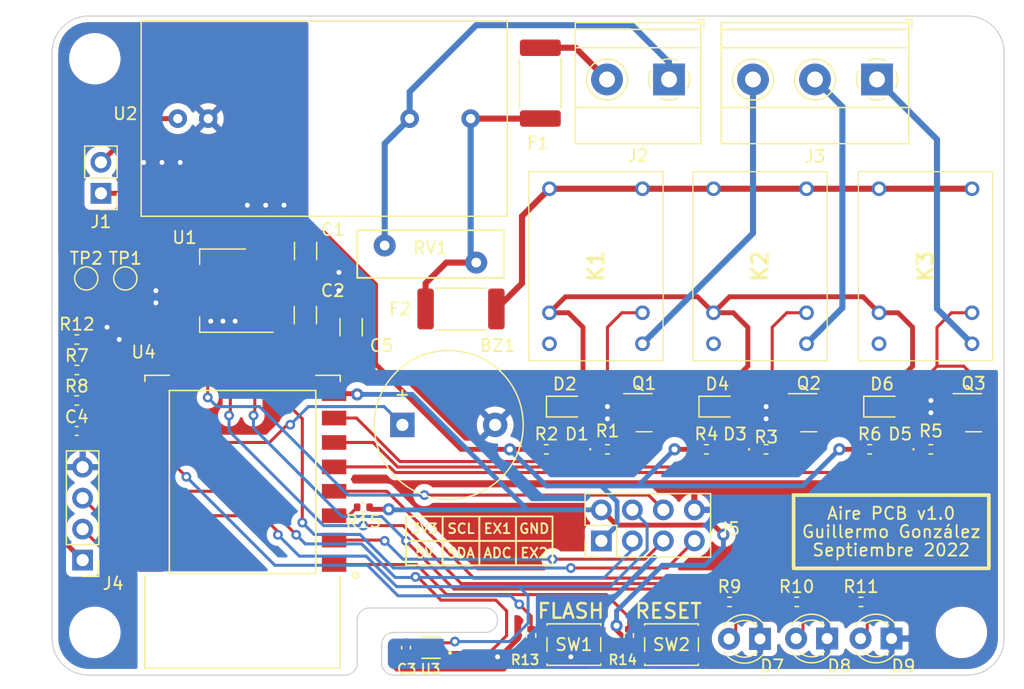
<source format=kicad_pcb>
(kicad_pcb (version 20211014) (generator pcbnew)
  (layers (0 "F.Cu" signal) (31 "B.Cu" signal) (34 "B.Paste" user) (35 "F.Paste" user) (36 "B.SilkS" user "B.Silkscreen") (37 "F.SilkS" user "F.Silkscreen") (38 "B.Mask" user) (39 "F.Mask" user) (44 "Edge.Cuts" user))
  (net 0 "")
  (net 1 "/BUZZ")
  (net 2 "GND")
  (net 3 "+5V")
  (net 4 "+3V3")
  (net 5 "Net-(D1-Pad1)")
  (net 6 "Net-(D1-Pad2)")
  (net 7 "Net-(D3-Pad1)")
  (net 8 "Net-(D3-Pad2)")
  (net 9 "Net-(D5-Pad1)")
  (net 10 "Net-(D5-Pad2)")
  (net 11 "Net-(D7-Pad2)")
  (net 12 "Net-(D8-Pad2)")
  (net 13 "Net-(D9-Pad2)")
  (net 14 "/L")
  (net 15 "Net-(F1-Pad2)")
  (net 16 "/N")
  (net 17 "/P3")
  (net 18 "/P2")
  (net 19 "/P1")
  (net 20 "/TX")
  (net 21 "/RX")
  (net 25 "Net-(Q1-Pad2)")
  (net 26 "Net-(Q2-Pad2)")
  (net 27 "Net-(Q3-Pad2)")
  (net 28 "/FAN1")
  (net 29 "/FAN2")
  (net 30 "/FAN3")
  (net 31 "/LED1")
  (net 32 "/SDA")
  (net 33 "/SCL")
  (net 34 "/LED2")
  (net 35 "/LED3")
  (net 36 "/GPIO15")
  (net 37 "/GPIO0")
  (net 38 "/nRST")
  (net 39 "/EN")
  (net 40 "/ADC")
  (net 41 "/EXT2")
  (net 42 "/EXT1")
  (net 43 "Net-(TP1-Pad1)")
  (net 44 "Net-(TP2-Pad1)")
  (net 45 "/LF")
  (net 46 "Net-(J1-Pad2)")
  (footprint "Package_TO_SOT_SMD:SOT-23" (layer "F.Cu") (at 173 96.5)
    (fp_text reference "Q3")
    (fp_text value "2N3904")
  )
  (footprint "Resistor_SMD:R_0402_1005Metric" (layer "F.Cu") (at 144.75 114.75 90)
    (fp_text reference "R14")
    (fp_text value "12k")
  )
  (footprint "Resistor_SMD:R_0402_1005Metric" (layer "F.Cu") (at 99.53 93)
    (fp_text reference "R7")
    (fp_text value "10k")
  )
  (footprint "Resistor_SMD:R_0402_1005Metric" (layer "F.Cu") (at 137.99 99.5 180)
    (fp_text reference "R2")
    (fp_text value "220")
  )
  (footprint "MountingHole:MountingHole_3.2mm_M3_DIN965" (layer "F.Cu") (at 101 114.5)
    (fp_text reference "H4" hide)
    (fp_text value "MountingHole")
  )
  (footprint "guille_3rdparty:Fuse_2512_6332Metric" (layer "F.Cu") (at 137.5 69.5 -90)
    (fp_text reference "F1")
    (fp_text value "Fuse")
  )
  (footprint "Package_TO_SOT_SMD:SOT-223-3_TabPin2" (layer "F.Cu") (at 111.5 86.5 180)
    (fp_text reference "U1")
    (fp_text value "NCP1117-3.3_SOT223")
  )
  (footprint "guille_library:HLK-2M05" (layer "F.Cu") (at 134.795 80.405 180)
    (fp_text reference "U2")
    (fp_text value "HLK-2M05")
  )
  (footprint "LED_THT:LED_D3.0mm" (layer "F.Cu") (at 161 115 180)
    (fp_text reference "D8")
    (fp_text value "LED")
  )
  (footprint "Buzzer_Beeper:Buzzer_12x9.5RM7.6" (layer "F.Cu") (at 126.2 97.5)
    (fp_text reference "BZ1")
    (fp_text value "Buzzer")
  )
  (footprint "Diode_SMD:D_SOD-323" (layer "F.Cu") (at 139.5 96)
    (fp_text reference "D2")
    (fp_text value "D")
  )
  (footprint "Resistor_SMD:R_0402_1005Metric" (layer "F.Cu") (at 99.52 95.5)
    (fp_text reference "R8")
    (fp_text value "10k")
  )
  (footprint "guille_3rdparty:JRC21F4100" (layer "F.Cu") (at 165.25 78.15 -90)
    (fp_text reference "K3")
    (fp_text value "JRC-21F_4100" hide)
  )
  (footprint "guille_3rdparty:JRC21F4100" (layer "F.Cu") (at 151.69 78.15 -90)
    (fp_text reference "K2")
    (fp_text value "JRC-21F_4100" hide)
  )
  (footprint "Resistor_SMD:R_0402_1005Metric" (layer "F.Cu") (at 158.51 112 180)
    (fp_text reference "R10")
    (fp_text value "220")
  )
  (footprint "Varistor:RV_Disc_D12mm_W3.9mm_P7.5mm" (layer "F.Cu") (at 132.25 84.2 180)
    (fp_text reference "RV1")
    (fp_text value "Varistor")
  )
  (footprint "Diode_SMD:D_SOD-323" (layer "F.Cu") (at 152 96)
    (fp_text reference "D4")
    (fp_text value "D")
  )
  (footprint "Resistor_SMD:R_0402_1005Metric" (layer "F.Cu") (at 143 99.5)
    (fp_text reference "R1")
    (fp_text value "1k")
  )
  (footprint "Resistor_SMD:R_0402_1005Metric" (layer "F.Cu") (at 123 104.25 180)
    (fp_text reference "R15")
    (fp_text value "12k")
  )
  (footprint "Package_TO_SOT_SMD:SOT-23" (layer "F.Cu") (at 146 96.5)
    (fp_text reference "Q1")
    (fp_text value "2N3904")
  )
  (footprint "TestPoint:TestPoint_Pad_D1.5mm" (layer "F.Cu") (at 103.5 85.5)
    (fp_text reference "TP1")
    (fp_text value "TestPoint")
  )
  (footprint "guille_3rdparty:ESP8266-12E" (layer "F.Cu") (at 113.10575 101.9375 180)
    (fp_text reference "U4")
    (fp_text value "ESP8266-12E/ESP-12E")
  )
  (footprint "LED_SMD:LED_0402_1005Metric" (layer "F.Cu") (at 166.985 99.5 180)
    (fp_text reference "D5")
    (fp_text value "LED")
  )
  (footprint "Resistor_SMD:R_0402_1005Metric" (layer "F.Cu") (at 99.53 90.5 180)
    (fp_text reference "R12")
    (fp_text value "12k")
  )
  (footprint "Resistor_SMD:R_0402_1005Metric" (layer "F.Cu") (at 151.107 99.5 180)
    (fp_text reference "R4")
    (fp_text value "220")
  )
  (footprint "Connector_PinHeader_2.54mm:PinHeader_1x04_P2.54mm_Vertical" (layer "F.Cu") (at 100 108.58 180)
    (fp_text reference "J4")
    (fp_text value "Conn_01x04_Male")
  )
  (footprint "Resistor_SMD:R_0402_1005Metric" (layer "F.Cu") (at 153 112 180)
    (fp_text reference "R9")
    (fp_text value "220")
  )
  (footprint "guille_3rdparty:JRC21F4100" (layer "F.Cu") (at 138.25 78.15 -90)
    (fp_text reference "K1")
    (fp_text value "JRC-21F_4100" hide)
  )
  (footprint "guille_3rdparty:SW_SPST_PTS810" (layer "F.Cu") (at 140.25 115.5 180)
    (fp_text reference "SW1")
    (fp_text value "SW_Push")
  )
  (footprint "Resistor_SMD:R_0402_1005Metric" (layer "F.Cu") (at 156 99.5)
    (fp_text reference "R3")
    (fp_text value "1k")
  )
  (footprint "Capacitor_SMD:C_1206_3216Metric" (layer "F.Cu") (at 118.25 88.5 90)
    (fp_text reference "C2")
    (fp_text value "10u")
  )
  (footprint "Capacitor_SMD:C_1206_3216Metric" (layer "F.Cu") (at 118.268 83.25 -90)
    (fp_text reference "C1")
    (fp_text value "10u")
  )
  (footprint "LED_SMD:LED_0402_1005Metric" (layer "F.Cu") (at 140.5 99.5 180)
    (fp_text reference "D1")
    (fp_text value "LED")
  )
  (footprint "LED_SMD:LED_0402_1005Metric" (layer "F.Cu") (at 153.515 99.5 180)
    (fp_text reference "D3")
    (fp_text value "LED")
  )
  (footprint "guille_3rdparty:Fuse_2512_6332Metric" (layer "F.Cu") (at 131 88)
    (fp_text reference "F2")
    (fp_text value "Fuse")
  )
  (footprint "Capacitor_SMD:C_1206_3216Metric" (layer "F.Cu") (at 122 89.5 90)
    (fp_text reference "C5")
    (fp_text value "100u")
  )
  (footprint "TerminalBlock_Phoenix:TerminalBlock_Phoenix_MKDS-1,5-2-5.08_1x02_P5.08mm_Horizontal" (layer "F.Cu") (at 148.045 69.195 180)
    (fp_text reference "J2")
    (fp_text value "Screw_Terminal_01x02")
  )
  (footprint "Capacitor_SMD:C_0402_1005Metric" (layer "F.Cu") (at 99.52 98)
    (fp_text reference "C4")
    (fp_text value "100n")
  )
  (footprint "Resistor_SMD:R_0402_1005Metric" (layer "F.Cu") (at 164.49 99.5 180)
    (fp_text reference "R6")
    (fp_text value "220")
  )
  (footprint "guille_3rdparty:SHT40" (layer "F.Cu") (at 128.55 115.75 180)
    (fp_text reference "U3")
    (fp_text value "SHT40")
  )
  (footprint "Resistor_SMD:R_0402_1005Metric" (layer "F.Cu") (at 163.775 112 180)
    (fp_text reference "R11")
    (fp_text value "220")
  )
  (footprint "Connector_PinHeader_2.54mm:PinHeader_2x04_P2.54mm_Vertical" (layer "F.Cu") (at 142.5 107 90)
    (fp_text reference "J5")
    (fp_text value "Conn_02x04_Top_Bottom")
  )
  (footprint "TerminalBlock_Phoenix:TerminalBlock_Phoenix_MKDS-1,5-3-5.08_1x03_P5.08mm_Horizontal" (layer "F.Cu") (at 165.085 69.195 180)
    (fp_text reference "J3")
    (fp_text value "Screw_Terminal_01x03")
  )
  (footprint "guille_3rdparty:SW_SPST_PTS810" (layer "F.Cu") (at 148.25 115.5 180)
    (fp_text reference "SW2")
    (fp_text value "SW_Push")
  )
  (footprint "Resistor_SMD:R_0402_1005Metric" (layer "F.Cu") (at 136.75 114.75 90)
    (fp_text reference "R13")
    (fp_text value "12k")
  )
  (footprint "LED_THT:LED_D3.0mm" (layer "F.Cu") (at 155.5 115.03 180)
    (fp_text reference "D7")
    (fp_text value "LED")
  )
  (footprint "MountingHole:MountingHole_3.2mm_M3_DIN965" (layer "F.Cu") (at 101 67.5)
    (fp_text reference "H1" hide)
    (fp_text value "MountingHole")
  )
  (footprint "Capacitor_SMD:C_0402_1005Metric" (layer "F.Cu") (at 126.5 115.75 90)
    (fp_text reference "C3")
    (fp_text value "100n")
  )
  (footprint "TestPoint:TestPoint_Pad_D1.5mm" (layer "F.Cu") (at 100.3 85.5)
    (fp_text reference "TP2")
    (fp_text value "TestPoint")
  )
  (footprint "MountingHole:MountingHole_3.2mm_M3_DIN965" (layer "F.Cu") (at 172 114.5)
    (fp_text reference "H3" hide)
    (fp_text value "MountingHole")
  )
  (footprint "Connector_PinHeader_2.54mm:PinHeader_1x02_P2.54mm_Vertical" (layer "F.Cu") (at 101.5 78.525 180)
    (fp_text reference "J1")
    (fp_text value "Conn_01x02_Male")
  )
  (footprint "LED_THT:LED_D3.0mm" (layer "F.Cu") (at 166.275 115 180)
    (fp_text reference "D9")
    (fp_text value "LED")
  )
  (footprint "Package_TO_SOT_SMD:SOT-23" (layer "F.Cu") (at 159.5 96.5)
    (fp_text reference "Q2")
    (fp_text value "2N3904")
  )
  (footprint "Diode_SMD:D_SOD-323" (layer "F.Cu") (at 165.5 96)
    (fp_text reference "D6")
    (fp_text value "D")
  )
  (footprint "Resistor_SMD:R_0402_1005Metric" (layer "F.Cu") (at 169.5 99.5)
    (fp_text reference "R5")
    (fp_text value "1k")
  )
  (footprint "MountingHole:MountingHole_3.2mm_M3_DIN965" (layer "F.Cu") (at 172 67.5)
    (fp_text reference "H2" hide)
    (fp_text value "MountingHole")
  )
  (gr_rect (start 129.5 105) (end 132.5 107) (layer "F.SilkS") (width 0.15) (fill none))
  (gr_rect (start 135.5 107) (end 138.5 109) (layer "F.SilkS") (width 0.15) (fill none))
  (gr_rect (start 132.5 105) (end 135.5 107) (layer "F.SilkS") (width 0.15) (fill none))
  (gr_rect (start 158.25 103.25) (end 174.25 109.25) (layer "F.SilkS") (width 0.3) (fill none))
  (gr_rect (start 126.5 105) (end 129.5 107) (layer "F.SilkS") (width 0.15) (fill none))
  (gr_rect (start 135.5 105) (end 138.5 107) (layer "F.SilkS") (width 0.15) (fill none))
  (gr_rect (start 132.5 107) (end 135.5 109) (layer "F.SilkS") (width 0.15) (fill none))
  (gr_rect (start 126.5 107) (end 129.5 109) (layer "F.SilkS") (width 0.15) (fill none))
  (gr_rect (start 129.5 107) (end 132.5 109) (layer "F.SilkS") (width 0.15) (fill none))
  (gr_line (start 121.5 118) (end 100.5 118) (layer "Edge.Cuts") (width 0.1))
  (gr_line (start 133 112.5) (end 123.5 112.5) (layer "Edge.Cuts") (width 0.1))
  (gr_line (start 125.5 114.5) (end 133 114.5) (layer "Edge.Cuts") (width 0.1))
  (gr_arc (start 124.5 115.5) (mid 124.792893 114.792893) (end 125.5 114.5) (layer "Edge.Cuts") (width 0.1))
  (gr_line (start 175.5 67) (end 175.5 115) (layer "Edge.Cuts") (width 0.1))
  (gr_arc (start 125.5 118) (mid 124.792893 117.707107) (end 124.5 117) (layer "Edge.Cuts") (width 0.1))
  (gr_arc (start 122.5 117) (mid 122.207107 117.707107) (end 121.5 118) (layer "Edge.Cuts") (width 0.1))
  (gr_arc (start 122.5 113.5) (mid 122.792893 112.792893) (end 123.5 112.5) (layer "Edge.Cuts") (width 0.1))
  (gr_line (start 124.5 115.5) (end 124.5 117) (layer "Edge.Cuts") (width 0.1))
  (gr_arc (start 100.5 118) (mid 98.37868 117.12132) (end 97.5 115) (layer "Edge.Cuts") (width 0.1))
  (gr_arc (start 172.5 64) (mid 174.62132 64.87868) (end 175.5 67) (layer "Edge.Cuts") (width 0.1))
  (gr_arc (start 97.5 67) (mid 98.37868 64.87868) (end 100.5 64) (layer "Edge.Cuts") (width 0.1))
  (gr_line (start 100.5 64) (end 172.5 64) (layer "Edge.Cuts") (width 0.1))
  (gr_arc (start 175.5 115) (mid 174.62132 117.12132) (end 172.5 118) (layer "Edge.Cuts") (width 0.1))
  (gr_line (start 122.5 117) (end 122.5 113.5) (layer "Edge.Cuts") (width 0.1))
  (gr_arc (start 133 112.5) (mid 134 113.5) (end 133 114.5) (layer "Edge.Cuts") (width 0.1))
  (gr_line (start 172.5 118) (end 125.5 118) (layer "Edge.Cuts") (width 0.1))
  (gr_line (start 97.5 115) (end 97.5 67) (layer "Edge.Cuts") (width 0.1))
  (gr_text "5V" (at 128 108) (layer "F.SilkS") (effects (font (size 0.8 0.8) (thickness 0.155))))
  (gr_text "GND" (at 137 106) (layer "F.SilkS") (effects (font (size 0.8 0.8))))
  (gr_text "FLASH" (at 140 112.75) (layer "F.SilkS") (effects (font (size 1.2 1.2) (thickness 0.2))))
  (gr_text "Guillermo González" (at 166.25 106.25) (layer "F.SilkS") (effects (font (size 1 1))))
  (gr_text "EX2" (at 137 108) (layer "F.SilkS") (effects (font (size 0.8 0.8) (thickness 0.155))))
  (gr_text "Aire PCB v1.0" (at 166.25 104.75) (layer "F.SilkS") (effects (font (size 1 1))))
  (gr_text "RESET" (at 148 112.75) (layer "F.SilkS") (effects (font (size 1.2 1.2) (thickness 0.2))))
  (gr_text "SCL" (at 131 106) (layer "F.SilkS") (effects (font (size 0.8 0.8))))
  (gr_text "ADC" (at 134 108) (layer "F.SilkS") (effects (font (size 0.8 0.8) (thickness 0.155))))
  (gr_text "3V3\n" (at 128 106) (layer "F.SilkS") (effects (font (size 0.8 0.8))))
  (gr_text "EX1" (at 134 106) (layer "F.SilkS") (effects (font (size 0.8 0.8))))
  (gr_text "Septiembre 2022" (at 166.25 107.75) (layer "F.SilkS") (effects (font (size 1 1))))
  (gr_text "SDA" (at 131 108) (layer "F.SilkS") (effects (font (size 0.8 0.8) (thickness 0.155))))
  (segment (start 115.3125 98.9375) (end 105.60575 98.9375) (width 0.25) (layer "F.Cu") (net 1))
  (segment (start 117.012299 97.487701) (end 116.762299 97.487701) (width 0.25) (layer "F.Cu") (net 1))
  (segment (start 116.762299 97.487701) (end 115.3125 98.9375) (width 0.25) (layer "F.Cu") (net 1))
  (via (at 117.012299 97.487701) (size 0.8) (drill 0.4) (layers "F.Cu" "B.Cu") (net 1))
  (segment (start 124.7 96) (end 126.2 97.5) (width 0.25) (layer "B.Cu") (net 1))
  (segment (start 117.012299 97.487701) (end 118.5 96) (width 0.25) (layer "B.Cu") (net 1))
  (segment (start 118.5 96) (end 124.7 96) (width 0.25) (layer "B.Cu") (net 1))
  (segment (start 133.5 117) (end 134 116.5) (width 0.2) (layer "F.Cu") (net 2))
  (segment (start 127.85 116.15) (end 127.818578 116.15) (width 0.2) (layer "F.Cu") (net 2))
  (segment (start 127.818578 116.15) (end 127.7 116.268578) (width 0.2) (layer "F.Cu") (net 2))
  (segment (start 128 117) (end 133.5 117) (width 0.2) (layer "F.Cu") (net 2))
  (segment (start 127.7 116.268578) (end 127.7 116.7) (width 0.2) (layer "F.Cu") (net 2))
  (segment (start 127.7 116.7) (end 128 117) (width 0.2) (layer "F.Cu") (net 2))
  (via (at 156 96) (size 0.8) (drill 0.4) (layers "F.Cu" "B.Cu") (net 2))
  (via (at 143 97) (size 0.8) (drill 0.4) (layers "F.Cu" "B.Cu") (net 2))
  (via (at 169.5 95.5) (size 0.8) (drill 0.4) (layers "F.Cu" "B.Cu") (net 2))
  (via (at 105 76) (size 0.8) (drill 0.4) (layers "F.Cu" "B.Cu") (net 2))
  (via (at 140 116.5) (size 0.8) (drill 0.4) (layers "F.Cu" "B.Cu") (net 2))
  (via (at 106.5 76) (size 0.8) (drill 0.4) (layers "F.Cu" "B.Cu") (net 2))
  (via (at 113.5 79.5) (size 0.8) (drill 0.4) (layers "F.Cu" "B.Cu") (net 2))
  (via (at 106 86.5) (size 0.8) (drill 0.4) (layers "F.Cu" "B.Cu") (net 2))
  (via (at 121 86.5) (size 0.8) (drill 0.4) (layers "F.Cu" "B.Cu") (net 2))
  (via (at 143 96) (size 0.8) (drill 0.4) (layers "F.Cu" "B.Cu") (net 2))
  (via (at 112.5 89) (size 0.8) (drill 0.4) (layers "F.Cu" "B.Cu") (net 2))
  (via (at 121 85) (size 0.8) (drill 0.4) (layers "F.Cu" "B.Cu") (net 2))
  (via (at 156 97) (size 0.8) (drill 0.4) (layers "F.Cu" "B.Cu") (net 2))
  (via (at 102 89.5) (size 0.8) (drill 0.4) (layers "F.Cu" "B.Cu") (net 2))
  (via (at 111.5 89) (size 0.8) (drill 0.4) (layers "F.Cu" "B.Cu") (net 2))
  (via (at 108 76) (size 0.8) (drill 0.4) (layers "F.Cu" "B.Cu") (net 2))
  (via (at 134 116.5) (size 0.8) (drill 0.4) (layers "F.Cu" "B.Cu") (net 2))
  (via (at 106 87.5) (size 0.8) (drill 0.4) (layers "F.Cu" "B.Cu") (net 2))
  (via (at 116.5 79.5) (size 0.8) (drill 0.4) (layers "F.Cu" "B.Cu") (net 2))
  (via (at 169.5 96.5) (size 0.8) (drill 0.4) (layers "F.Cu" "B.Cu") (net 2))
  (via (at 103 90.5) (size 0.8) (drill 0.4) (layers "F.Cu" "B.Cu") (net 2))
  (via (at 110.5 89) (size 0.8) (drill 0.4) (layers "F.Cu" "B.Cu") (net 2))
  (via (at 115 79.5) (size 0.8) (drill 0.4) (layers "F.Cu" "B.Cu") (net 2))
  (segment (start 154.5 92.69) (end 151.19 96) (width 0.4) (layer "F.Cu") (net 3))
  (segment (start 124 92.5) (end 124 86) (width 0.4) (layer "F.Cu") (net 3))
  (segment (start 114.65 84.2) (end 117.075 81.775) (width 0.4) (layer "F.Cu") (net 3))
  (segment (start 164.45 96) (end 163.98 96.47) (width 0.4) (layer "F.Cu") (net 3))
  (segment (start 119.775 81.775) (end 118.268 81.775) (width 0.4) (layer "F.Cu") (net 3))
  (segment (start 138.45 96) (end 137.48 96.97) (width 0.4) (layer "F.Cu") (net 3))
  (segment (start 163.98 96.47) (end 163.98 99.5) (width 0.4) (layer "F.Cu") (net 3))
  (segment (start 150.597 96.353) (end 150.597 99.5) (width 0.4) (layer "F.Cu") (net 3))
  (segment (start 137.48 96.97) (end 137.48 99.5) (width 0.4) (layer "F.Cu") (net 3))
  (segment (start 135 99.5) (end 131 99.5) (width 0.4) (layer "F.Cu") (net 3))
  (segment (start 117.075 81.775) (end 118.268 81.775) (width 0.4) (layer "F.Cu") (net 3))
  (segment (start 153.31 88.31) (end 154.5 89.5) (width 0.4) (layer "F.Cu") (net 3))
  (segment (start 131 99.5) (end 124 92.5) (width 0.4) (layer "F.Cu") (net 3))
  (segment (start 150.95 96) (end 150.597 96.353) (width 0.4) (layer "F.Cu") (net 3))
  (segment (start 124 86) (end 119.775 81.775) (width 0.4) (layer "F.Cu") (net 3))
  (segment (start 108.975 78.525) (end 101.5 78.525) (width 0.4) (layer "F.Cu") (net 3))
  (segment (start 139.56 87) (end 150.38 87) (width 0.4) (layer "F.Cu") (net 3))
  (segment (start 148.5 99.5) (end 150.597 99.5) (width 0.4) (layer "F.Cu") (net 3))
  (segment (start 165.25 88.31) (end 166.81 88.31) (width 0.4) (layer "F.Cu") (net 3))
  (segment (start 153 87) (end 163.94 87) (width 0.4) (layer "F.Cu") (net 3))
  (segment (start 138.25 88.31) (end 139.56 87) (width 0.4) (layer "F.Cu") (net 3))
  (segment (start 139.81 88.31) (end 141 89.5) (width 0.4) (layer "F.Cu") (net 3))
  (segment (start 168 89.5) (end 168 92.69) (width 0.4) (layer "F.Cu") (net 3))
  (segment (start 163.94 87) (end 165.25 88.31) (width 0.4) (layer "F.Cu") (net 3))
  (segment (start 141 93.45) (end 138.45 96) (width 0.4) (layer "F.Cu") (net 3))
  (segment (start 154.5 89.5) (end 154.5 92.69) (width 0.4) (layer "F.Cu") (net 3))
  (segment (start 151.19 96) (end 150.95 96) (width 0.4) (layer "F.Cu") (net 3))
  (segment (start 151.69 88.31) (end 153 87) (width 0.4) (layer "F.Cu") (net 3))
  (segment (start 164.69 96) (end 164.45 96) (width 0.4) (layer "F.Cu") (net 3))
  (segment (start 166.81 88.31) (end 168 89.5) (width 0.4) (layer "F.Cu") (net 3))
  (segment (start 141 89.5) (end 141 93.45) (width 0.4) (layer "F.Cu") (net 3))
  (segment (start 168 92.69) (end 164.69 96) (width 0.4) (layer "F.Cu") (net 3))
  (segment (start 150.38 87) (end 151.69 88.31) (width 0.4) (layer "F.Cu") (net 3))
  (segment (start 162 99.5) (end 163.98 99.5) (width 0.4) (layer "F.Cu") (net 3))
  (segment (start 137.48 99.5) (end 135 99.5) (width 0.4) (layer "F.Cu") (net 3))
  (segment (start 151.69 88.31) (end 153.31 88.31) (width 0.4) (layer "F.Cu") (net 3))
  (segment (start 114.65 84.2) (end 108.975 78.525) (width 0.4) (layer "F.Cu") (net 3))
  (segment (start 138.25 88.31) (end 139.81 88.31) (width 0.4) (layer "F.Cu") (net 3))
  (via (at 135 99.5) (size 1) (drill 0.5) (layers "F.Cu" "B.Cu") (net 3))
  (via (at 148.5 99.5) (size 1) (drill 0.5) (layers "F.Cu" "B.Cu") (net 3))
  (via (at 162 99.5) (size 1) (drill 0.5) (layers "F.Cu" "B.Cu") (net 3))
  (segment (start 142.5 102.5) (end 138 102.5) (width 0.4) (layer "B.Cu") (net 3))
  (segment (start 143.79 105.71) (end 143.79 103.79) (width 0.4) (layer "B.Cu") (net 3))
  (segment (start 143.79 103.79) (end 142.5 102.5) (width 0.4) (layer "B.Cu") (net 3))
  (segment (start 145.5 102.5) (end 159 102.5) (width 0.4) (layer "B.Cu") (net 3))
  (segment (start 138 102.5) (end 135 99.5) (width 0.4) (layer "B.Cu") (net 3))
  (segment (start 142.5 107) (end 143.79 105.71) (width 0.4) (layer "B.Cu") (net 3))
  (segment (start 142.5 102.5) (end 145.5 102.5) (width 0.4) (layer "B.Cu") (net 3))
  (segment (start 145.5 102.5) (end 148.5 99.5) (width 0.4) (layer "B.Cu") (net 3))
  (segment (start 159 102.5) (end 162 99.5) (width 0.4) (layer "B.Cu") (net 3))
  (segment (start 98.25 84.5) (end 98.25 92.23) (width 0.4) (layer "F.Cu") (net 4))
  (segment (start 125.98 115.27) (end 126.5 115.27) (width 0.4) (layer "F.Cu") (net 4))
  (segment (start 100 82.75) (end 98.25 84.5) (width 0.4) (layer "F.Cu") (net 4))
  (segment (start 136.74 115.26) (end 134.5 117.5) (width 0.4) (layer "F.Cu") (net 4))
  (segment (start 122 90.975) (end 122 93.54325) (width 0.4) (layer "F.Cu") (net 4))
  (segment (start 136.75 115.26) (end 136.74 115.26) (width 0.4) (layer "F.Cu") (net 4))
  (segment (start 100 108.58) (end 98.25 106.83) (width 0.4) (layer "F.Cu") (net 4))
  (segment (start 99.01 93.01) (end 99.02 93) (width 0.4) (layer "F.Cu") (net 4))
  (segment (start 134.5 117.5) (end 125.75 117.5) (width 0.4) (layer "F.Cu") (net 4))
  (segment (start 144.693396 115.26) (end 144.75 115.26) (width 0.4) (layer "F.Cu") (net 4))
  (segment (start 125.08301 104.41699) (end 123.67699 104.41699) (width 0.4) (layer "F.Cu") (net 4))
  (segment (start 99.04 95.53) (end 99.01 95.5) (width 0.4) (layer "F.Cu") (net 4))
  (segment (start 143.745731 114.312335) (end 144.693396 115.26) (width 0.4) (layer "F.Cu") (net 4))
  (segment (start 99.04 98) (end 99.04 95.53) (width 0.4) (layer "F.Cu") (net 4))
  (segment (start 114.65 86.5) (end 114.775 86.5) (width 0.4) (layer "F.Cu") (net 4))
  (segment (start 127.85 115.35) (end 126.58 115.35) (width 0.2) (layer "F.Cu") (net 4))
  (segment (start 125.25 116) (end 125.98 115.27) (width 0.4) (layer "F.Cu") (net 4))
  (segment (start 142.5 104.46) (end 143.75 105.71) (width 0.4) (layer "F.Cu") (net 4))
  (segment (start 98.25 92.23) (end 99.02 93) (width 0.4) (layer "F.Cu") (net 4))
  (segment (start 108.35 86.5) (end 104.6 82.75) (width 0.4) (layer "F.Cu") (net 4))
  (segment (start 126.58 115.35) (end 126.5 115.27) (width 0.2) (layer "F.Cu") (net 4))
  (segment (start 104.6 82.75) (end 100 82.75) (width 0.4) (layer "F.Cu") (net 4))
  (segment (start 118.25 89.975) (end 118.475 89.975) (width 0.4) (layer "F.Cu") (net 4))
  (segment (start 98.25 98.79) (end 99.04 98) (width 0.4) (layer "F.Cu") (net 4))
  (segment (start 108.35 86.5) (end 114.65 86.5) (width 0.4) (layer "F.Cu") (net 4))
  (segment (start 144.75 115.26) (end 136.75 115.26) (width 0.4) (layer "F.Cu") (net 4))
  (segment (start 118.475 89.975) (end 119.475 90.975) (width 0.4) (layer "F.Cu") (net 4))
  (segment (start 122.5 95) (end 122.4375 94.9375) (width 0.4) (layer "F.Cu") (net 4))
  (segment (start 122 93.54325) (end 120.60575 94.9375) (width 0.4) (layer "F.Cu") (net 4))
  (segment (start 122.4375 94.9375) (end 120.60575 94.9375) (width 0.4) (layer "F.Cu") (net 4))
  (segment (start 123.67699 104.41699) (end 123.51 104.25) (width 0.4) (layer "F.Cu") (net 4))
  (segment (start 143.75 105.71) (end 151.71 105.71) (width 0.4) (layer "F.Cu") (net 4))
  (segment (start 125.25 117) (end 125.25 116) (width 0.4) (layer "F.Cu") (net 4))
  (segment (start 99.01 95.5) (end 99.01 93.01) (width 0.4) (layer "F.Cu") (net 4))
  (segment (start 114.775 86.5) (end 118.25 89.975) (width 0.4) (layer "F.Cu") (net 4))
  (segment (start 119.475 90.975) (end 122 90.975) (width 0.4) (layer "F.Cu") (net 4))
  (segment (start 143.745731 113.946287) (end 143.745731 114.312335) (width 0.4) (layer "F.Cu") (net 4))
  (segment (start 151.71 105.71) (end 152.5 106.5) (width 0.4) (layer "F.Cu") (net 4))
  (segment (start 125.75 117.5) (end 125.25 117) (width 0.4) (layer "F.Cu") (net 4))
  (segment (start 98.25 106.83) (end 98.25 98.79) (width 0.4) (layer "F.Cu") (net 4))
  (via (at 125.08301 104.41699) (size 1) (drill 0.5) (layers "F.Cu" "B.Cu") (net 4))
  (via (at 122.5 95) (size 1) (drill 0.5) (layers "F.Cu" "B.Cu") (net 4))
  (via (at 143.745731 113.946287) (size 1) (drill 0.5) (layers "F.Cu" "B.Cu") (net 4))
  (via (at 152.5 106.5) (size 1) (drill 0.5) (layers "F.Cu" "B.Cu") (net 4))
  (segment (start 136.54 104.46) (end 125.12602 104.46) (width 0.4) (layer "B.Cu") (net 4))
  (segment (start 122.5 95) (end 127 95) (width 0.4) (layer "B.Cu") (net 4))
  (segment (start 125.12602 104.46) (end 125.08301 104.41699) (width 0.4) (layer "B.Cu") (net 4))
  (segment (start 136.54 104.46) (end 142.5 104.46) (width 0.4) (layer "B.Cu") (net 4))
  (segment (start 152.5 107.5) (end 152.5 106.5) (width 0.4) (layer "B.Cu") (net 4))
  (segment (start 147.5 109) (end 151 109) (width 0.4) (layer "B.Cu") (net 4))
  (segment (start 127 95) (end 136.46 104.46) (width 0.4) (layer "B.Cu") (net 4))
  (segment (start 143.745731 112.754269) (end 147.5 109) (width 0.4) (layer "B.Cu") (net 4))
  (segment (start 151 109) (end 152.5 107.5) (width 0.4) (layer "B.Cu") (net 4))
  (segment (start 143.745731 113.946287) (end 143.745731 112.754269) (width 0.4) (layer "B.Cu") (net 4))
  (segment (start 136.46 104.46) (end 136.54 104.46) (width 0.4) (layer "B.Cu") (net 4))
  (segment (start 140.985 96.435) (end 140.55 96) (width 0.25) (layer "F.Cu") (net 5))
  (segment (start 140.985 99.5) (end 140.985 96.435) (width 0.25) (layer "F.Cu") (net 5))
  (segment (start 145.87 88.31) (end 144.19 88.31) (width 0.25) (layer "F.Cu") (net 5))
  (segment (start 147 95) (end 147 96.4375) (width 0.25) (layer "F.Cu") (net 5))
  (segment (start 147 96.4375) (end 146.9375 96.5) (width 0.25) (layer "F.Cu") (net 5))
  (segment (start 144.19 88.31) (end 143 89.5) (width 0.25) (layer "F.Cu") (net 5))
  (segment (start 146 94) (end 147 95) (width 0.25) (layer "F.Cu") (net 5))
  (segment (start 143 89.5) (end 143 94) (width 0.25) (layer "F.Cu") (net 5))
  (segment (start 141 96) (end 140.55 96) (width 0.25) (layer "F.Cu") (net 5))
  (segment (start 143 94) (end 146 94) (width 0.25) (layer "F.Cu") (net 5))
  (segment (start 143 94) (end 141 96) (width 0.25) (layer "F.Cu") (net 5))
  (segment (start 138.5 99.5) (end 140.015 99.5) (width 0.25) (layer "F.Cu") (net 6))
  (segment (start 160.5 95) (end 160.5 96.4375) (width 0.25) (layer "F.Cu") (net 7))
  (segment (start 159.31 88.31) (end 157.69 88.31) (width 0.25) (layer "F.Cu") (net 7))
  (segment (start 154 96) (end 153.05 96) (width 0.25) (layer "F.Cu") (net 7))
  (segment (start 160.5 96.4375) (end 160.4375 96.5) (width 0.25) (layer "F.Cu") (net 7))
  (segment (start 156.5 89.5) (end 156.5 93.5) (width 0.25) (layer "F.Cu") (net 7))
  (segment (start 159 93.5) (end 160.5 95) (width 0.25) (layer "F.Cu") (net 7))
  (segment (start 156.5 93.5) (end 159 93.5) (width 0.25) (layer "F.Cu") (net 7))
  (segment (start 157.69 88.31) (end 156.5 89.5) (width 0.25) (layer "F.Cu") (net 7))
  (segment (start 154 96.95) (end 153.05 96) (width 0.25) (layer "F.Cu") (net 7))
  (segment (start 156.5 93.5) (end 154 96) (width 0.25) (layer "F.Cu") (net 7))
  (segment (start 154 99.5) (end 154 96.95) (width 0.25) (layer "F.Cu") (net 7))
  (segment (start 151.617 99.5) (end 153.03 99.5) (width 0.25) (layer "F.Cu") (net 8))
  (segment (start 170 92.69) (end 170 89.5) (width 0.25) (layer "F.Cu") (net 9))
  (segment (start 170 92.69) (end 166.69 96) (width 0.25) (layer "F.Cu") (net 9))
  (segment (start 173.9375 94.4375) (end 173.9375 96.5) (width 0.25) (layer "F.Cu") (net 9))
  (segment (start 171.19 88.31) (end 172.87 88.31) (width 0.25) (layer "F.Cu") (net 9))
  (segment (start 167.47 96.92) (end 167.47 99.5) (width 0.25) (layer "F.Cu") (net 9))
  (segment (start 170 92.69) (end 172.19 92.69) (width 0.25) (layer "F.Cu") (net 9))
  (segment (start 172.19 92.69) (end 173.9375 94.4375) (width 0.25) (layer "F.Cu") (net 9))
  (segment (start 166.55 96) (end 167.47 96.92) (width 0.25) (layer "F.Cu") (net 9))
  (segment (start 166.69 96) (end 166.5 96) (width 0.25) (layer "F.Cu") (net 9))
  (segment (start 170 89.5) (end 171.19 88.31) (width 0.25) (layer "F.Cu") (net 9))
  (segment (start 165 99.5) (end 166.5 99.5) (width 0.25) (layer "F.Cu") (net 10))
  (segment (start 153.51 114.48) (end 153.51 112) (width 0.25) (layer "F.Cu") (net 11))
  (segment (start 152.96 115.03) (end 153.51 114.48) (width 0.25) (layer "F.Cu") (net 11))
  (segment (start 159.02 112) (end 159.02 114.44) (width 0.25) (layer "F.Cu") (net 12))
  (segment (start 159.02 114.44) (end 158.46 115) (width 0.25) (layer "F.Cu") (net 12))
  (segment (start 164.285 112) (end 164.285 114.45) (width 0.25) (layer "F.Cu") (net 13))
  (segment (start 164.285 114.45) (end 163.735 115) (width 0.25) (layer "F.Cu") (net 13))
  (segment (start 140.37 66.6) (end 142.965 69.195) (width 0.5) (layer "F.Cu") (net 14))
  (segment (start 137.5 66.6) (end 140.37 66.6) (width 0.5) (layer "F.Cu") (net 14))
  (segment (start 137.495 72.405) (end 131.795 72.405) (width 0.5) (layer "F.Cu") (net 15))
  (segment (start 128.1 85.9) (end 129.8 84.2) (width 0.5) (layer "F.Cu") (net 15))
  (segment (start 129.8 84.2) (end 132.25 84.2) (width 0.5) (layer "F.Cu") (net 15))
  (segment (start 137.5 72.4) (end 137.495 72.405) (width 0.5) (layer "F.Cu") (net 15))
  (segment (start 128.1 88) (end 128.1 85.9) (width 0.5) (layer "F.Cu") (net 15))
  (segment (start 131.795 83.745) (end 132.25 84.2) (width 0.5) (layer "B.Cu") (net 15))
  (segment (start 131.795 72.405) (end 131.795 83.745) (width 0.5) (layer "B.Cu") (net 15))
  (segment (start 126.795 70.205) (end 132.25 64.75) (width 0.5) (layer "B.Cu") (net 16))
  (segment (start 126.795 72.405) (end 124.75 74.45) (width 0.5) (layer "B.Cu") (net 16))
  (segment (start 124.75 74.45) (end 124.75 82.8) (width 0.5) (layer "B.Cu") (net 16))
  (segment (start 132.25 64.75) (end 145 64.75) (width 0.5) (layer "B.Cu") (net 16))
  (segment (start 145 64.75) (end 148.045 67.795) (width 0.5) (layer "B.Cu") (net 16))
  (segment (start 126.795 72.405) (end 126.795 70.205) (width 0.5) (layer "B.Cu") (net 16))
  (segment (start 148.045 67.795) (end 148.045 69.195) (width 0.5) (layer "B.Cu") (net 16))
  (segment (start 170 74.11) (end 170 87.98) (width 0.5) (layer "B.Cu") (net 17))
  (segment (start 165.085 69.195) (end 170 74.11) (width 0.5) (layer "B.Cu") (net 17))
  (segment (start 170 87.98) (end 172.87 90.85) (width 0.5) (layer "B.Cu") (net 17))
  (segment (start 162.25 87.91) (end 159.31 90.85) (width 0.5) (layer "B.Cu") (net 18))
  (segment (start 162.25 71.44) (end 162.25 87.91) (width 0.5) (layer "B.Cu") (net 18))
  (segment (start 160.005 69.195) (end 162.25 71.44) (width 0.5) (layer "B.Cu") (net 18))
  (segment (start 154.925 69.195) (end 154.925 81.795) (width 0.5) (layer "B.Cu") (net 19))
  (segment (start 154.925 81.795) (end 145.87 90.85) (width 0.5) (layer "B.Cu") (net 19))
  (segment (start 102.8975 108.9375) (end 105.60575 108.9375) (width 0.25) (layer "F.Cu") (net 20))
  (segment (start 100 106.04) (end 102.8975 108.9375) (width 0.25) (layer "F.Cu") (net 20))
  (segment (start 103.4375 106.9375) (end 105.60575 106.9375) (width 0.25) (layer "F.Cu") (net 21))
  (segment (start 100 103.5) (end 103.4375 106.9375) (width 0.25) (layer "F.Cu") (net 21))
  (segment (start 144.5 99.5) (end 143.51 99.5) (width 0.25) (layer "F.Cu") (net 25))
  (segment (start 145.0625 98.9375) (end 144.5 99.5) (width 0.25) (layer "F.Cu") (net 25))
  (segment (start 145.0625 97.45) (end 145.0625 98.9375) (width 0.25) (layer "F.Cu") (net 25))
  (segment (start 158 99.5) (end 156.51 99.5) (width 0.25) (layer "F.Cu") (net 26))
  (segment (start 158.5625 98.9375) (end 158 99.5) (width 0.25) (layer "F.Cu") (net 26))
  (segment (start 158.5625 97.45) (end 158.5625 98.9375) (width 0.25) (layer "F.Cu") (net 26))
  (segment (start 172.0625 98.9375) (end 171.5 99.5) (width 0.25) (layer "F.Cu") (net 27))
  (segment (start 171.5 99.5) (end 170.01 99.5) (width 0.25) (layer "F.Cu") (net 27))
  (segment (start 172.0625 97.45) (end 172.0625 98.9375) (width 0.25) (layer "F.Cu") (net 27))
  (segment (start 142.49 99.5) (end 142.5 99.51) (width 0.25) (layer "F.Cu") (net 28))
  (segment (start 142.5 99.51) (end 142.5 100) (width 0.25) (layer "F.Cu") (net 28))
  (segment (start 142 100.5) (end 126 100.5) (width 0.25) (layer "F.Cu") (net 28))
  (segment (start 142.5 100) (end 142 100.5) (width 0.25) (layer "F.Cu") (net 28))
  (segment (start 126 100.5) (end 122.4375 96.9375) (width 0.25) (layer "F.Cu") (net 28))
  (segment (start 122.4375 96.9375) (end 120.60575 96.9375) (width 0.25) (layer "F.Cu") (net 28))
  (segment (start 154.04 100.95) (end 125.813604 100.95) (width 0.25) (layer "F.Cu") (net 29))
  (segment (start 125.813604 100.95) (end 123.801104 98.9375) (width 0.25) (layer "F.Cu") (net 29))
  (segment (start 155.49 99.5) (end 154.04 100.95) (width 0.25) (layer "F.Cu") (net 29))
  (segment (start 123.801104 98.9375) (end 120.60575 98.9375) (width 0.25) (layer "F.Cu") (net 29))
  (segment (start 167.09 101.4) (end 125.627208 101.4) (width 0.25) (layer "F.Cu") (net 30))
  (segment (start 168.99 99.5) (end 167.09 101.4) (width 0.25) (layer "F.Cu") (net 30))
  (segment (start 125.627208 101.4) (end 125.164708 100.9375) (width 0.25) (layer "F.Cu") (net 30))
  (segment (start 125.164708 100.9375) (end 120.60575 100.9375) (width 0.25) (layer "F.Cu") (net 30))
  (segment (start 126.5 107.022792) (end 130.427208 110.95) (width 0.25) (layer "F.Cu") (net 31))
  (segment (start 114.10575 96.61875) (end 114.10575 93.4375) (width 0.25) (layer "F.Cu") (net 31))
  (segment (start 114 96.7245) (end 114.10575 96.61875) (width 0.25) (layer "F.Cu") (net 31))
  (segment (start 126.5 107) (end 126.5 107.022792) (width 0.25) (layer "F.Cu") (net 31))
  (segment (start 130.427208 110.95) (end 151.44 110.95) (width 0.25) (layer "F.Cu") (net 31))
  (segment (start 151.44 110.95) (end 152.49 112) (width 0.25) (layer "F.Cu") (net 31))
  (via (at 114 96.7245) (size 0.8) (drill 0.4) (layers "F.Cu" "B.Cu") (net 31))
  (via (at 126.5 107) (size 0.8) (drill 0.4) (layers "F.Cu" "B.Cu") (net 31))
  (segment (start 121.25 105) (end 114 97.75) (width 0.25) (layer "B.Cu") (net 31))
  (segment (start 126.5 107) (end 124.5 105) (width 0.25) (layer "B.Cu") (net 31))
  (segment (start 124.5 105) (end 121.25 105) (width 0.25) (layer "B.Cu") (net 31))
  (segment (start 114 97.75) (end 114 96.7245) (width 0.25) (layer "B.Cu") (net 31))
  (segment (start 134.737701 114.762299) (end 133.725 115.775) (width 0.25) (layer "F.Cu") (net 32))
  (segment (start 129.35 111.85) (end 133.85 111.85) (width 0.25) (layer "F.Cu") (net 32))
  (segment (start 117.5 106.5) (end 113.9375 102.9375) (width 0.25) (layer "F.Cu") (net 32))
  (segment (start 102.25 95.21) (end 102.25 101.25) (width 0.25) (layer "F.Cu") (net 32))
  (segment (start 103.9375 102.9375) (end 105.60575 102.9375) (width 0.25) (layer "F.Cu") (net 32))
  (segment (start 127.276092 109.9495) (end 127.4495 109.9495) (width 0.25) (layer "F.Cu") (net 32))
  (segment (start 133.324695 116.15) (end 129.25 116.15) (width 0.25) (layer "F.Cu") (net 32))
  (segment (start 134.737701 112.737701) (end 134.737701 114.762299) (width 0.25) (layer "F.Cu") (net 32))
  (segment (start 133.699695 115.775) (end 133.324695 116.15) (width 0.25) (layer "F.Cu") (net 32))
  (segment (start 102.25 101.25) (end 103.9375 102.9375) (width 0.25) (layer "F.Cu") (net 32))
  (segment (start 133.725 115.775) (end 133.699695 115.775) (width 0.25) (layer "F.Cu") (net 32))
  (segment (start 113.9375 102.9375) (end 105.60575 102.9375) (width 0.25) (layer "F.Cu") (net 32))
  (segment (start 100.04 93) (end 102.25 95.21) (width 0.25) (layer "F.Cu") (net 32))
  (segment (start 127.4495 109.9495) (end 129.35 111.85) (width 0.25) (layer "F.Cu") (net 32))
  (segment (start 133.85 111.85) (end 134.737701 112.737701) (width 0.25) (layer "F.Cu") (net 32))
  (via (at 117.5 106.5) (size 0.8) (drill 0.4) (layers "F.Cu" "B.Cu") (net 32))
  (via (at 127.276092 109.9495) (size 0.8) (drill 0.4) (layers "F.Cu" "B.Cu") (net 32))
  (segment (start 118.25 107.25) (end 122.863604 107.25) (width 0.25) (layer "B.Cu") (net 32))
  (segment (start 125.613604 110) (end 142.75 110) (width 0.25) (layer "B.Cu") (net 32))
  (segment (start 122.863604 107.25) (end 125.613604 110) (width 0.25) (layer "B.Cu") (net 32))
  (segment (start 145.04 107.71) (end 145.04 107) (width 0.25) (layer "B.Cu") (net 32))
  (segment (start 117.5 106.5) (end 118.25 107.25) (width 0.25) (layer "B.Cu") (net 32))
  (segment (start 142.75 110) (end 145.04 107.71) (width 0.25) (layer "B.Cu") (net 32))
  (segment (start 116 106.25) (end 114.6875 104.9375) (width 0.25) (layer "F.Cu") (net 33))
  (segment (start 114.6875 104.9375) (end 105.60575 104.9375) (width 0.25) (layer "F.Cu") (net 33))
  (segment (start 100.03 95.5) (end 101.75 97.22) (width 0.25) (layer "F.Cu") (net 33))
  (segment (start 130.4 115.35) (end 129.25 115.35) (width 0.25) (layer "F.Cu") (net 33))
  (segment (start 116 106.5) (end 116 106.25) (width 0.25) (layer "F.Cu") (net 33))
  (segment (start 101.75 97.22) (end 101.75 103) (width 0.25) (layer "F.Cu") (net 33))
  (segment (start 103.6875 104.9375) (end 105.60575 104.9375) (width 0.25) (layer "F.Cu") (net 33))
  (segment (start 130.5 115.25) (end 130.4 115.35) (width 0.25) (layer "F.Cu") (net 33))
  (segment (start 101.75 103) (end 103.6875 104.9375) (width 0.25) (layer "F.Cu") (net 33))
  (via (at 130.5 115.25) (size 0.8) (drill 0.4) (layers "F.Cu" "B.Cu") (net 33))
  (via (at 116 106.5) (size 0.8) (drill 0.4) (layers "F.Cu" "B.Cu") (net 33))
  (segment (start 130.5 115.25) (end 135 115.25) (width 0.25) (layer "B.Cu") (net 33))
  (segment (start 136.5 113.75) (end 136.5 111.5) (width 0.25) (layer "B.Cu") (net 33))
  (segment (start 125.727208 110.75) (end 134.75 110.75) (width 0.25) (layer "B.Cu") (net 33))
  (segment (start 123.227208 108.25) (end 125.727208 110.75) (width 0.25) (layer "B.Cu") (net 33))
  (segment (start 117.75 108.25) (end 123.227208 108.25) (width 0.25) (layer "B.Cu") (net 33))
  (segment (start 135.75 110.75) (end 134.75 110.75) (width 0.25) (layer "B.Cu") (net 33))
  (segment (start 135 115.25) (end 136.5 113.75) (width 0.25) (layer "B.Cu") (net 33))
  (segment (start 146.25 107.75) (end 146.25 105.67) (width 0.25) (layer "B.Cu") (net 33))
  (segment (start 136.5 111.5) (end 135.75 110.75) (width 0.25) (layer "B.Cu") (net 33))
  (segment (start 146.25 105.67) (end 145.04 104.46) (width 0.25) (layer "B.Cu") (net 33))
  (segment (start 143.25 110.75) (end 146.25 107.75) (width 0.25) (layer "B.Cu") (net 33))
  (segment (start 134.75 110.75) (end 143.25 110.75) (width 0.25) (layer "B.Cu") (net 33))
  (segment (start 116 106.5) (end 117.75 108.25) (width 0.25) (layer "B.Cu") (net 33))
  (segment (start 112 96.7245) (end 112.10575 96.61875) (width 0.25) (layer "F.Cu") (net 34))
  (segment (start 112.10575 96.61875) (end 112.10575 93.4375) (width 0.25) (layer "F.Cu") (net 34))
  (segment (start 123 105.75) (end 126.275305 105.75) (width 0.25) (layer "F.Cu") (net 34))
  (segment (start 126.275305 105.75) (end 131 110.474695) (width 0.25) (layer "F.Cu") (net 34))
  (segment (start 131 110.474695) (end 131 110.5) (width 0.25) (layer "F.Cu") (net 34))
  (segment (start 131 110.5) (end 156.5 110.5) (width 0.25) (layer "F.Cu") (net 34))
  (segment (start 156.5 110.5) (end 158 112) (width 0.25) (layer "F.Cu") (net 34))
  (via (at 112 96.7245) (size 0.8) (drill 0.4) (layers "F.Cu" "B.Cu") (net 34))
  (via (at 123 105.75) (size 0.8) (drill 0.4) (layers "F.Cu" "B.Cu") (net 34))
  (segment (start 112 98) (end 119.75 105.75) (width 0.25) (layer "B.Cu") (net 34))
  (segment (start 119.75 105.75) (end 123 105.75) (width 0.25) (layer "B.Cu") (net 34))
  (segment (start 112 96.7245) (end 112 98) (width 0.25) (layer "B.Cu") (net 34))
  (segment (start 163.265 112) (end 161.315 110.05) (width 0.25) (layer "F.Cu") (net 35))
  (segment (start 132.05 110.05) (end 124.95 102.95) (width 0.25) (layer "F.Cu") (net 35))
  (segment (start 124.801104 102.9375) (end 120.60575 102.9375) (width 0.25) (layer "F.Cu") (net 35))
  (segment (start 124.813604 102.95) (end 124.801104 102.9375) (width 0.25) (layer "F.Cu") (net 35))
  (segment (start 124.95 102.95) (end 124.813604 102.95) (width 0.25) (layer "F.Cu") (net 35))
  (segment (start 161.315 110.05) (end 132.05 110.05) (width 0.25) (layer "F.Cu") (net 35))
  (segment (start 102.75 93.21) (end 102.75 96) (width 0.25) (layer "F.Cu") (net 36))
  (segment (start 103.6875 96.9375) (end 105.60575 96.9375) (width 0.25) (layer "F.Cu") (net 36))
  (segment (start 102.75 96) (end 103.6875 96.9375) (width 0.25) (layer "F.Cu") (net 36))
  (segment (start 100.04 90.5) (end 102.75 93.21) (width 0.25) (layer "F.Cu") (net 36))
  (segment (start 107.6875 100.9375) (end 108.5 101.75) (width 0.25) (layer "F.Cu") (net 37))
  (segment (start 138 114.25) (end 136.76 114.25) (width 0.25) (layer "F.Cu") (net 37))
  (segment (start 136.76 114.25) (end 136.75 114.24) (width 0.25) (layer "F.Cu") (net 37))
  (segment (start 136.75 113.174049) (end 136.75 114.24) (width 0.25) (layer "F.Cu") (net 37))
  (segment (start 105.60575 100.9375) (end 107.6875 100.9375) (width 0.25) (layer "F.Cu") (net 37))
  (segment (start 138.175 114.425) (end 138 114.25) (width 0.25) (layer "F.Cu") (net 37))
  (segment (start 138.175 114.425) (end 142.325 114.425) (width 0.25) (layer "F.Cu") (net 37))
  (segment (start 135.7755 112.199549) (end 136.75 113.174049) (width 0.25) (layer "F.Cu") (net 37))
  (via (at 108.5 101.75) (size 0.8) (drill 0.4) (layers "F.Cu" "B.Cu") (net 37))
  (via (at 135.7755 112.199549) (size 0.8) (drill 0.4) (layers "F.Cu" "B.Cu") (net 37))
  (segment (start 135.075951 111.5) (end 125.840812 111.5) (width 0.25) (layer "B.Cu") (net 37))
  (segment (start 123.340812 109) (end 115.75 109) (width 0.25) (layer "B.Cu") (net 37))
  (segment (start 135.7755 112.199549) (end 135.075951 111.5) (width 0.25) (layer "B.Cu") (net 37))
  (segment (start 115.75 109) (end 108.5 101.75) (width 0.25) (layer "B.Cu") (net 37))
  (segment (start 125.840812 111.5) (end 123.340812 109) (width 0.25) (layer "B.Cu") (net 37))
  (segment (start 142.905 111.4) (end 129.820406 111.4) (width 0.25) (layer "F.Cu") (net 38))
  (segment (start 129.820406 111.4) (end 127.357906 108.9375) (width 0.25) (layer "F.Cu") (net 38))
  (segment (start 145.99 114.24) (end 146.175 114.425) (width 0.25) (layer "F.Cu") (net 38))
  (segment (start 144.75 113.245) (end 142.905 111.4) (width 0.25) (layer "F.Cu") (net 38))
  (segment (start 144.75 114.24) (end 144.75 113.245) (width 0.25) (layer "F.Cu") (net 38))
  (segment (start 146.175 114.425) (end 150.325 114.425) (width 0.25) (layer "F.Cu") (net 38))
  (segment (start 144.75 114.24) (end 145.99 114.24) (width 0.25) (layer "F.Cu") (net 38))
  (segment (start 127.357906 108.9375) (end 120.60575 108.9375) (width 0.25) (layer "F.Cu") (net 38))
  (segment (start 120.60575 104.9375) (end 121.8025 104.9375) (width 0.25) (layer "F.Cu") (net 39))
  (segment (start 121.8025 104.9375) (end 122.49 104.25) (width 0.25) (layer "F.Cu") (net 39))
  (segment (start 124.75 107) (end 124.6875 106.9375) (width 0.25) (layer "F.Cu") (net 40))
  (segment (start 146.08 108.5) (end 147.58 107) (width 0.25) (layer "F.Cu") (net 40))
  (segment (start 138.5 108.5) (end 146.08 108.5) (width 0.25) (layer "F.Cu") (net 40))
  (segment (start 124.6875 106.9375) (end 120.60575 106.9375) (width 0.25) (layer "F.Cu") (net 40))
  (via (at 138.5 108.5) (size 0.8) (drill 0.4) (layers "F.Cu" "B.Cu") (net 40))
  (via (at 124.75 107) (size 0.8) (drill 0.4) (layers "F.Cu" "B.Cu") (net 40))
  (segment (start 124.75 107) (end 126.25 108.5) (width 0.25) (layer "B.Cu") (net 40))
  (segment (start 126.25 108.5) (end 138.5 108.5) (width 0.25) (layer "B.Cu") (net 40))
  (segment (start 147.8955 109.2245) (end 150.12 107) (width 0.25) (layer "F.Cu") (net 41))
  (segment (start 140 109.2245) (end 147.8955 109.2245) (width 0.25) (layer "F.Cu") (net 41))
  (segment (start 118 105.5) (end 118 97) (width 0.25) (layer "F.Cu") (net 41))
  (segment (start 118 97) (end 116.10575 95.10575) (width 0.25) (layer "F.Cu") (net 41))
  (segment (start 116.10575 95.10575) (end 116.10575 93.4375) (width 0.25) (layer "F.Cu") (net 41))
  (via (at 140 109.2245) (size 0.8) (drill 0.4) (layers "F.Cu" "B.Cu") (net 41))
  (via (at 118 105.5) (size 0.8) (drill 0.4) (layers "F.Cu" "B.Cu") (net 41))
  (segment (start 122.725 106.475) (end 118.975 106.475) (width 0.25) (layer "B.Cu") (net 41))
  (segment (start 122.725 106.475) (end 125.475 109.225) (width 0.25) (layer "B.Cu") (net 41))
  (segment (start 118.975 106.475) (end 118 105.5) (width 0.25) (layer "B.Cu") (net 41))
  (segment (start 125.475 109.225) (end 139.9995 109.225) (width 0.25) (layer "B.Cu") (net 41))
  (segment (start 139.9995 109.225) (end 140 109.2245) (width 0.25) (layer "B.Cu") (net 41))
  (segment (start 146.37 103.25) (end 128 103.25) (width 0.25) (layer "F.Cu") (net 42))
  (segment (start 147.58 104.46) (end 146.37 103.25) (width 0.25) (layer "F.Cu") (net 42))
  (segment (start 110.25 95.25) (end 110.25 93.58175) (width 0.25) (layer "F.Cu") (net 42))
  (segment (start 110.25 93.58175) (end 110.10575 93.4375) (width 0.25) (layer "F.Cu") (net 42))
  (via (at 128 103.25) (size 0.8) (drill 0.4) (layers "F.Cu" "B.Cu") (net 42))
  (via (at 110.25 95.25) (size 0.8) (drill 0.4) (layers "F.Cu" "B.Cu") (net 42))
  (segment (start 111 96) (end 114.5 96) (width 0.25) (layer "B.Cu") (net 42))
  (segment (start 114.5 96) (end 121.75 103.25) (width 0.25) (layer "B.Cu") (net 42))
  (segment (start 110.25 95.25) (end 111 96) (width 0.25) (layer "B.Cu") (net 42))
  (segment (start 121.75 103.25) (end 128 103.25) (width 0.25) (layer "B.Cu") (net 42))
  (segment (start 118.10575 93.4375) (end 115.41825 90.75) (width 0.2) (layer "F.Cu") (net 43))
  (segment (start 103.5 87.5) (end 103.5 85.5) (width 0.2) (layer "F.Cu") (net 43))
  (segment (start 106.75 90.75) (end 103.5 87.5) (width 0.2) (layer "F.Cu") (net 43))
  (segment (start 115.41825 90.75) (end 106.75 90.75) (width 0.2) (layer "F.Cu") (net 43))
  (segment (start 108.10575 93.30575) (end 108.10575 93.4375) (width 0.2) (layer "F.Cu") (net 44))
  (segment (start 100.3 85.5) (end 108.10575 93.30575) (width 0.2) (layer "F.Cu") (net 44))
  (segment (start 136 85.9) (end 133.9 88) (width 0.5) (layer "F.Cu") (net 45))
  (segment (start 151.69 78.15) (end 159.31 78.15) (width 0.5) (layer "F.Cu") (net 45))
  (segment (start 145.87 78.15) (end 151.69 78.15) (width 0.5) (layer "F.Cu") (net 45))
  (segment (start 165.25 78.15) (end 172.87 78.15) (width 0.5) (layer "F.Cu") (net 45))
  (segment (start 138.25 78.15) (end 136 80.4) (width 0.5) (layer "F.Cu") (net 45))
  (segment (start 136 80.4) (end 136 85.9) (width 0.5) (layer "F.Cu") (net 45))
  (segment (start 159.31 78.15) (end 165.25 78.15) (width 0.5) (layer "F.Cu") (net 45))
  (segment (start 138.25 78.15) (end 145.87 78.15) (width 0.5) (layer "F.Cu") (net 45))
  (segment (start 105.08 72.405) (end 101.5 75.985) (width 0.4) (layer "F.Cu") (net 46))
  (segment (start 107.795 72.405) (end 105.08 72.405) (width 0.4) (layer "F.Cu") (net 46))
  (zone (net 2) (net_name "GND") (layers F&B.Cu) (connect_pads (clearance 0.508)) (min_thickness 0.254) (fill yes (thermal_gap 0.508) (thermal_bridge_width 0.508))
    (polygon (pts (xy 118.5 80.5) (xy 124 86) (xy 124 93) (xy 175.5 93) (xy 175.5 118) (xy 122 118) (xy 122 109.5) (xy 104.5 109.5) (xy 104.5 118) (xy 97.5 118) (xy 97.5 64) (xy 118.5 64)))
  )
)
</source>
